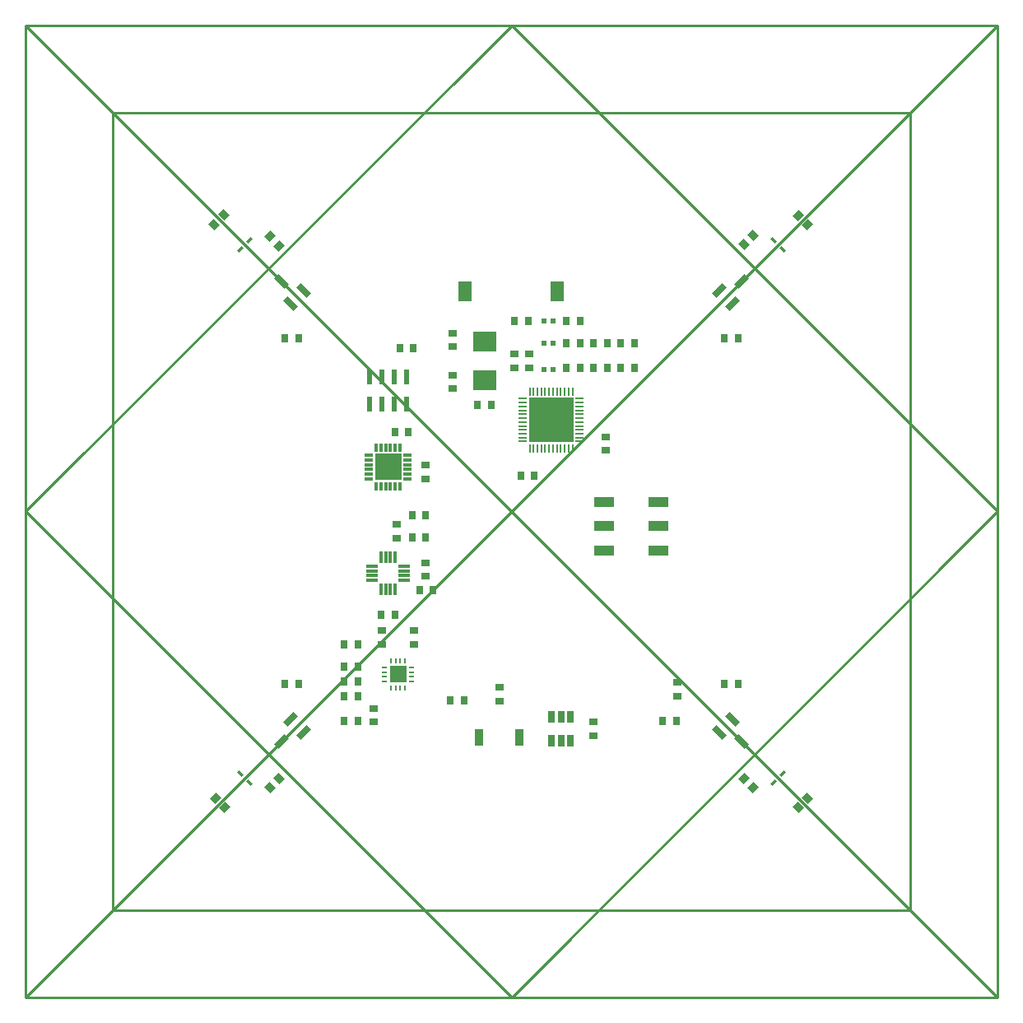
<source format=gtp>
G04 Layer_Color=8421504*
%FSLAX25Y25*%
%MOIN*%
G70*
G01*
G75*
%ADD10R,0.01181X0.04724*%
%ADD11R,0.04724X0.01181*%
%ADD12R,0.03150X0.03543*%
%ADD13R,0.03543X0.06693*%
%ADD14R,0.07874X0.03937*%
G04:AMPARAMS|DCode=15|XSize=11.81mil|YSize=25.59mil|CornerRadius=0mil|HoleSize=0mil|Usage=FLASHONLY|Rotation=135.000|XOffset=0mil|YOffset=0mil|HoleType=Round|Shape=Rectangle|*
%AMROTATEDRECTD15*
4,1,4,0.01322,0.00487,-0.00487,-0.01322,-0.01322,-0.00487,0.00487,0.01322,0.01322,0.00487,0.0*
%
%ADD15ROTATEDRECTD15*%

G04:AMPARAMS|DCode=16|XSize=11.81mil|YSize=25.59mil|CornerRadius=0mil|HoleSize=0mil|Usage=FLASHONLY|Rotation=45.000|XOffset=0mil|YOffset=0mil|HoleType=Round|Shape=Rectangle|*
%AMROTATEDRECTD16*
4,1,4,0.00487,-0.01322,-0.01322,0.00487,-0.00487,0.01322,0.01322,-0.00487,0.00487,-0.01322,0.0*
%
%ADD16ROTATEDRECTD16*%

G04:AMPARAMS|DCode=17|XSize=23.62mil|YSize=57.09mil|CornerRadius=0mil|HoleSize=0mil|Usage=FLASHONLY|Rotation=315.000|XOffset=0mil|YOffset=0mil|HoleType=Round|Shape=Rectangle|*
%AMROTATEDRECTD17*
4,1,4,-0.02854,-0.01183,0.01183,0.02854,0.02854,0.01183,-0.01183,-0.02854,-0.02854,-0.01183,0.0*
%
%ADD17ROTATEDRECTD17*%

G04:AMPARAMS|DCode=18|XSize=23.62mil|YSize=57.09mil|CornerRadius=0mil|HoleSize=0mil|Usage=FLASHONLY|Rotation=225.000|XOffset=0mil|YOffset=0mil|HoleType=Round|Shape=Rectangle|*
%AMROTATEDRECTD18*
4,1,4,-0.01183,0.02854,0.02854,-0.01183,0.01183,-0.02854,-0.02854,0.01183,-0.01183,0.02854,0.0*
%
%ADD18ROTATEDRECTD18*%

G04:AMPARAMS|DCode=19|XSize=35.43mil|YSize=31.5mil|CornerRadius=0mil|HoleSize=0mil|Usage=FLASHONLY|Rotation=225.000|XOffset=0mil|YOffset=0mil|HoleType=Round|Shape=Rectangle|*
%AMROTATEDRECTD19*
4,1,4,0.00139,0.02366,0.02366,0.00139,-0.00139,-0.02366,-0.02366,-0.00139,0.00139,0.02366,0.0*
%
%ADD19ROTATEDRECTD19*%

G04:AMPARAMS|DCode=20|XSize=35.43mil|YSize=31.5mil|CornerRadius=0mil|HoleSize=0mil|Usage=FLASHONLY|Rotation=315.000|XOffset=0mil|YOffset=0mil|HoleType=Round|Shape=Rectangle|*
%AMROTATEDRECTD20*
4,1,4,-0.02366,0.00139,-0.00139,0.02366,0.02366,-0.00139,0.00139,-0.02366,-0.02366,0.00139,0.0*
%
%ADD20ROTATEDRECTD20*%

%ADD21R,0.03543X0.03150*%
%ADD22R,0.05512X0.07874*%
%ADD23R,0.02362X0.01968*%
%ADD24R,0.09449X0.07874*%
%ADD25R,0.02756X0.05118*%
%ADD26R,0.02362X0.06299*%
%ADD27R,0.06890X0.06890*%
%ADD28R,0.02362X0.00984*%
%ADD29R,0.00984X0.02362*%
%ADD30R,0.18110X0.18110*%
%ADD31R,0.03347X0.00787*%
%ADD32R,0.00787X0.03347*%
%ADD33R,0.03347X0.01181*%
%ADD34R,0.01181X0.03347*%
%ADD35R,0.11024X0.11024*%
%ADD81C,0.01000*%
D10*
X132047Y166496D02*
D03*
X134016D02*
D03*
X135984D02*
D03*
X137953D02*
D03*
Y153504D02*
D03*
X135984D02*
D03*
X134016D02*
D03*
X132047D02*
D03*
D11*
X141496Y162953D02*
D03*
Y160984D02*
D03*
Y159016D02*
D03*
Y157047D02*
D03*
X128504D02*
D03*
Y159016D02*
D03*
Y160984D02*
D03*
Y162953D02*
D03*
D12*
X117244Y110000D02*
D03*
X122756D02*
D03*
X93244Y115000D02*
D03*
X98756D02*
D03*
X276756Y255000D02*
D03*
X271244D02*
D03*
X98756D02*
D03*
X93244D02*
D03*
X276756Y115000D02*
D03*
X271244D02*
D03*
X139744Y251000D02*
D03*
X145256D02*
D03*
X150256Y183500D02*
D03*
X144744D02*
D03*
X150256Y174500D02*
D03*
X144744D02*
D03*
X143256Y217000D02*
D03*
X137744D02*
D03*
X147744Y153000D02*
D03*
X153256D02*
D03*
X234756Y243000D02*
D03*
X229244D02*
D03*
X223756D02*
D03*
X218244D02*
D03*
X234756Y253000D02*
D03*
X229244D02*
D03*
X223756D02*
D03*
X218244D02*
D03*
X212756D02*
D03*
X207244D02*
D03*
X212756Y243000D02*
D03*
X207244D02*
D03*
X186244Y262000D02*
D03*
X191756D02*
D03*
X188744Y199500D02*
D03*
X194256D02*
D03*
X171244Y228000D02*
D03*
X176756D02*
D03*
X212756Y262000D02*
D03*
X207244D02*
D03*
X137756Y143000D02*
D03*
X132244D02*
D03*
X117244Y131000D02*
D03*
X122756D02*
D03*
X117244Y122000D02*
D03*
X122756D02*
D03*
X117244Y116000D02*
D03*
X122756D02*
D03*
X117244Y100000D02*
D03*
X122756D02*
D03*
X160244Y108500D02*
D03*
X165756D02*
D03*
X246244Y100000D02*
D03*
X251756D02*
D03*
D13*
X171909Y93480D02*
D03*
X188091Y93480D02*
D03*
D14*
X222476Y169158D02*
D03*
Y179000D02*
D03*
Y188842D02*
D03*
X244524Y169158D02*
D03*
Y179000D02*
D03*
Y188842D02*
D03*
D15*
X291121Y75121D02*
D03*
X294879Y78879D02*
D03*
X75121Y291121D02*
D03*
X78879Y294879D02*
D03*
D16*
X291121D02*
D03*
X294879Y291121D02*
D03*
X75121Y78879D02*
D03*
X78879Y75121D02*
D03*
D17*
X100916Y95626D02*
D03*
X95626Y100916D02*
D03*
X91729Y91729D02*
D03*
X269084Y274374D02*
D03*
X274374Y269084D02*
D03*
X278271Y278271D02*
D03*
D18*
X95626Y269084D02*
D03*
X100916Y274374D02*
D03*
X91729Y278271D02*
D03*
X274374Y100916D02*
D03*
X269084Y95626D02*
D03*
X278271Y91729D02*
D03*
D19*
X301051Y304949D02*
D03*
X304949Y301051D02*
D03*
X90949Y292551D02*
D03*
X87051Y296449D02*
D03*
X68949Y65051D02*
D03*
X65051Y68949D02*
D03*
X279051Y76949D02*
D03*
X282949Y73051D02*
D03*
D20*
X279051Y293051D02*
D03*
X282949Y296949D02*
D03*
X68366Y305196D02*
D03*
X64468Y301299D02*
D03*
X90949Y76949D02*
D03*
X87051Y73051D02*
D03*
X301051Y65051D02*
D03*
X304949Y68949D02*
D03*
D21*
X150000Y164256D02*
D03*
Y158744D02*
D03*
Y203756D02*
D03*
Y198244D02*
D03*
X138500Y174244D02*
D03*
Y179756D02*
D03*
X223000Y215256D02*
D03*
Y209744D02*
D03*
X161000Y251744D02*
D03*
Y257256D02*
D03*
Y234744D02*
D03*
Y240256D02*
D03*
X192000Y248756D02*
D03*
Y243244D02*
D03*
X186000Y248756D02*
D03*
Y243244D02*
D03*
X252000Y110244D02*
D03*
Y115756D02*
D03*
X145500Y136756D02*
D03*
Y131244D02*
D03*
X132500Y136756D02*
D03*
Y131244D02*
D03*
X218000Y94244D02*
D03*
Y99756D02*
D03*
X129000Y99744D02*
D03*
Y105256D02*
D03*
X180000Y108244D02*
D03*
Y113756D02*
D03*
D22*
X166199Y274000D02*
D03*
X203601D02*
D03*
D23*
X201969Y253000D02*
D03*
X198031D02*
D03*
X198031Y242500D02*
D03*
X201969D02*
D03*
X198031Y262000D02*
D03*
X201969D02*
D03*
D24*
X174000Y238126D02*
D03*
Y253874D02*
D03*
D25*
X201260Y92276D02*
D03*
X205000D02*
D03*
X208740D02*
D03*
Y101724D02*
D03*
X205000D02*
D03*
X201260D02*
D03*
D26*
X142382Y239421D02*
D03*
X137461D02*
D03*
X132539D02*
D03*
X127618D02*
D03*
Y228579D02*
D03*
X132539D02*
D03*
X137461D02*
D03*
X142382D02*
D03*
D27*
X139000Y119000D02*
D03*
D28*
X133488Y116047D02*
D03*
Y118016D02*
D03*
Y119984D02*
D03*
Y121953D02*
D03*
X144512D02*
D03*
Y119984D02*
D03*
Y118016D02*
D03*
Y116047D02*
D03*
D29*
X136047Y124512D02*
D03*
X138016D02*
D03*
X139984D02*
D03*
X141953D02*
D03*
Y113488D02*
D03*
X139984D02*
D03*
X138016D02*
D03*
X136047D02*
D03*
D30*
X201000Y222000D02*
D03*
D31*
X189583Y213339D02*
D03*
Y214913D02*
D03*
Y216488D02*
D03*
Y218063D02*
D03*
Y219638D02*
D03*
Y221213D02*
D03*
Y222787D02*
D03*
Y224362D02*
D03*
Y225937D02*
D03*
Y227512D02*
D03*
Y229087D02*
D03*
Y230661D02*
D03*
X212417D02*
D03*
Y229087D02*
D03*
Y227512D02*
D03*
Y225937D02*
D03*
Y224362D02*
D03*
Y222787D02*
D03*
Y221213D02*
D03*
Y219638D02*
D03*
Y218063D02*
D03*
Y216488D02*
D03*
Y214913D02*
D03*
Y213339D02*
D03*
D32*
X192339Y233417D02*
D03*
X193913D02*
D03*
X195488D02*
D03*
X197063D02*
D03*
X198638D02*
D03*
X200213D02*
D03*
X201787D02*
D03*
X203362D02*
D03*
X204937D02*
D03*
X206512D02*
D03*
X208087D02*
D03*
X209661D02*
D03*
Y210583D02*
D03*
X208087D02*
D03*
X206512D02*
D03*
X204937D02*
D03*
X203362D02*
D03*
X201787D02*
D03*
X200213D02*
D03*
X198638D02*
D03*
X197063D02*
D03*
X195488D02*
D03*
X193913D02*
D03*
X192339D02*
D03*
D33*
X127028Y207921D02*
D03*
Y205953D02*
D03*
Y203984D02*
D03*
Y202016D02*
D03*
Y200047D02*
D03*
Y198079D02*
D03*
X142972D02*
D03*
Y200047D02*
D03*
Y202016D02*
D03*
Y203984D02*
D03*
Y205953D02*
D03*
Y207921D02*
D03*
D34*
X130079Y195028D02*
D03*
X132047D02*
D03*
X134016D02*
D03*
X135984D02*
D03*
X137953D02*
D03*
X139921D02*
D03*
Y210972D02*
D03*
X137953D02*
D03*
X135984D02*
D03*
X134016D02*
D03*
X132047D02*
D03*
X130079D02*
D03*
D35*
X135000Y203000D02*
D03*
D81*
X-11811Y-11811D02*
X381890Y381890D01*
X-11811D02*
X381890D01*
X185039Y-11811D02*
X185039D01*
X-11811Y185039D02*
X185039Y381890D01*
X381890Y185039D01*
X23622Y346457D02*
X346457D01*
X23622Y23622D02*
Y346457D01*
X-11811Y-11811D02*
Y381890D01*
Y-11811D02*
X381890D01*
X346457Y23622D02*
Y346457D01*
X381890Y-11811D02*
Y381890D01*
X-11811D02*
X381890Y-11811D01*
X23622Y23622D02*
X346457D01*
X185039Y-11811D02*
X381890Y185039D01*
X-11811D02*
X185039Y-11811D01*
M02*

</source>
